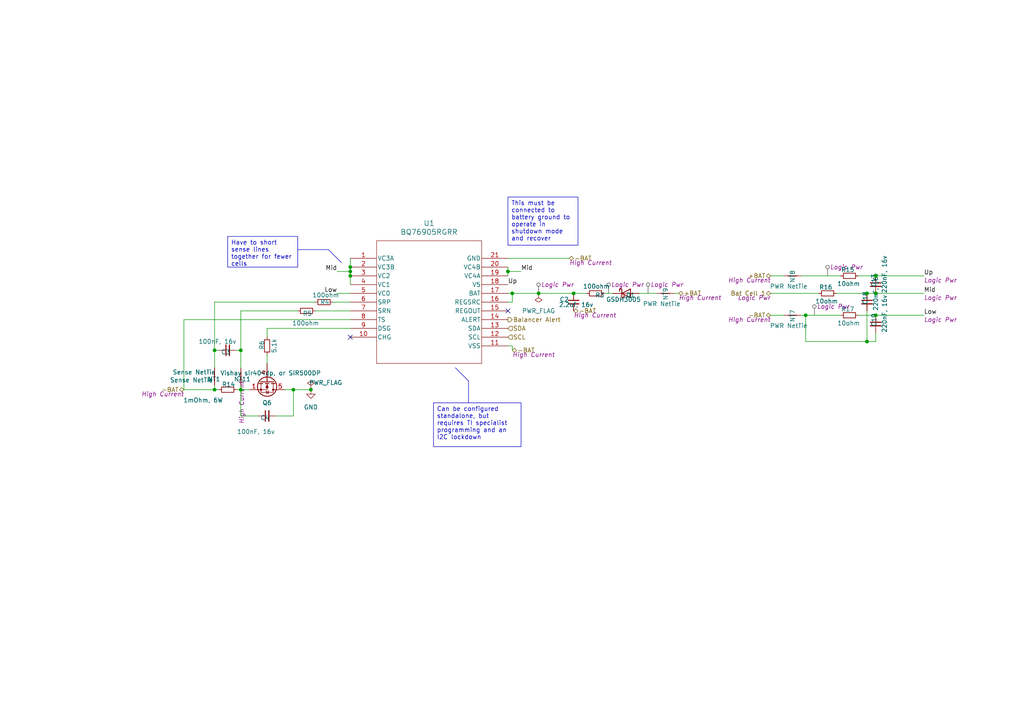
<source format=kicad_sch>
(kicad_sch (version 20231120) (generator "eeschema") (generator_version "8.0")
  (paper "A4")
  (title_block (title "CACKLE 2s 40A PSU & Charger") (date "2024-12-23") (rev "V1") (comment 1 "Author: Asher Edwards"))
  (lib_symbols
    (symbol "BQ76905:BQ76905RGRR" (pin_names (offset 0.254))
      (property "Reference" "U" (at 22.86 10.16 0))
      (property "Value" "BQ76905RGRR" (at 22.86 7.62 0))
      (symbol "BQ76905RGRR_0_1"
        (polyline (pts (xy 7.62 -30.48) (xy 38.1 -30.48)) (stroke (width 0.127)))
        (polyline (pts (xy 7.62 5.08) (xy 7.62 -30.48)) (stroke (width 0.127)))
        (polyline (pts (xy 38.1 -30.48) (xy 38.1 5.08)) (stroke (width 0.127)))
        (polyline (pts (xy 38.1 5.08) (xy 7.62 5.08)) (stroke (width 0.127)))
        (pin unspecified line (at 0 0 0) (length 7.62) (name "VC3A") (number "1"))
        (pin unspecified line (at 0 -22.86 0) (length 7.62) (name "CHG") (number "10"))
        (pin power_out line (at 45.72 -25.4 180) (length 7.62) (name "VSS") (number "11"))
        (pin bidirectional line (at 45.72 -22.86 180) (length 7.62) (name "SCL") (number "12"))
        (pin bidirectional line (at 45.72 -20.32 180) (length 7.62) (name "SDA") (number "13"))
        (pin output line (at 45.72 -17.78 180) (length 7.62) (name "ALERT") (number "14"))
        (pin output line (at 45.72 -15.24 180) (length 7.62) (name "REGOUT") (number "15"))
        (pin unspecified line (at 45.72 -12.7 180) (length 7.62) (name "REGSRC") (number "16"))
        (pin power_in line (at 45.72 -10.16 180) (length 7.62) (name "BAT") (number "17"))
        (pin unspecified line (at 45.72 -7.62 180) (length 7.62) (name "V5") (number "18"))
        (pin unspecified line (at 45.72 -5.08 180) (length 7.62) (name "VC4A") (number "19"))
        (pin unspecified line (at 0 -2.54 0) (length 7.62) (name "VC3B") (number "2"))
        (pin unspecified line (at 45.72 -2.54 180) (length 7.62) (name "VC4B") (number "20"))
        (pin power_out line (at 45.72 0 180) (length 7.62) (name "GND") (number "21"))
        (pin unspecified line (at 0 -5.08 0) (length 7.62) (name "VC2") (number "3"))
        (pin unspecified line (at 0 -7.62 0) (length 7.62) (name "VC1") (number "4"))
        (pin unspecified line (at 0 -10.16 0) (length 7.62) (name "VC0") (number "5"))
        (pin unspecified line (at 0 -12.7 0) (length 7.62) (name "SRP") (number "6"))
        (pin unspecified line (at 0 -15.24 0) (length 7.62) (name "SRN") (number "7"))
        (pin unspecified line (at 0 -17.78 0) (length 7.62) (name "TS") (number "8"))
        (pin unspecified line (at 0 -20.32 0) (length 7.62) (name "DSG") (number "9"))
      )
    )
    (symbol "Device:C_Small" (pin_numbers hide) (pin_names (offset 0.254) hide)
      (property "Reference" "C" (at 0.254 1.778 0))
      (property "Value" "C_Small" (at 0.254 -2.032 0))
      (symbol "C_Small_0_1"
        (polyline (pts (xy -1.524 -0.508) (xy 1.524 -0.508)) (stroke (width 0.3302)))
        (polyline (pts (xy -1.524 0.508) (xy 1.524 0.508)) (stroke (width 0.3048)))
      )
      (symbol "C_Small_1_1"
        (pin passive line (at 0 2.54 270) (length 2.032) (name "~") (number "1"))
        (pin passive line (at 0 -2.54 90) (length 2.032) (name "~") (number "2"))
      )
    )
    (symbol "Device:D_Schottky" (pin_numbers hide) (pin_names (offset 1.016) hide)
      (property "Reference" "D" (at 0 2.54 0))
      (property "Value" "D_Schottky" (at 0 -2.54 0))
      (symbol "D_Schottky_0_1"
        (polyline (pts (xy 1.27 0) (xy -1.27 0)))
        (polyline (pts (xy 1.27 1.27) (xy 1.27 -1.27) (xy -1.27 0) (xy 1.27 1.27)) (stroke (width 0.254)))
        (polyline (pts (xy -1.905 0.635) (xy -1.905 1.27) (xy -1.27 1.27) (xy -1.27 -1.27) (xy -0.635 -1.27) (xy -0.635 -0.635)) (stroke (width 0.254)))
      )
      (symbol "D_Schottky_1_1"
        (pin passive line (at -3.81 0 0) (length 2.54) (name "K") (number "1"))
        (pin passive line (at 3.81 0 180) (length 2.54) (name "A") (number "2"))
      )
    )
    (symbol "Device:NetTie_2" (pin_numbers hide) (pin_names (offset 0) hide) (in_bom no)
      (property "Reference" "NT" (at 0 1.27 0))
      (property "Value" "NetTie_2" (at 0 -1.27 0))
      (symbol "NetTie_2_0_1"
        (polyline (pts (xy -1.27 0) (xy 1.27 0)) (stroke (width 0.254)))
      )
      (symbol "NetTie_2_1_1"
        (pin passive line (at -2.54 0 0) (length 2.54) (name "1") (number "1"))
        (pin passive line (at 2.54 0 180) (length 2.54) (name "2") (number "2"))
      )
    )
    (symbol "Device:R_Small" (pin_numbers hide) (pin_names (offset 0.254) hide)
      (property "Reference" "R" (at 0.762 0.508 0))
      (property "Value" "R_Small" (at 0.762 -1.016 0))
      (symbol "R_Small_0_1"
        (rectangle (start -0.762 1.778) (end 0.762 -1.778) (stroke (width 0.2032)))
      )
      (symbol "R_Small_1_1"
        (pin passive line (at 0 2.54 270) (length 0.762) (name "~") (number "1"))
        (pin passive line (at 0 -2.54 90) (length 0.762) (name "~") (number "2"))
      )
    )
    (symbol "custom_Device:Q_NMOS_SGD_8-pin" (pin_names (offset 0) hide)
      (property "Reference" "Q" (at 6.35 1.2701 0))
      (property "Value" "Q_NMOS_SGD_8-pin" (at 6.35 -1.2699 0))
      (symbol "Q_NMOS_SGD_8-pin_0_1"
        (polyline (pts (xy 0.254 0) (xy -2.54 0)))
        (polyline (pts (xy 0.254 1.905) (xy 0.254 -1.905)) (stroke (width 0.254)))
        (polyline (pts (xy 0.762 -1.27) (xy 0.762 -2.286)) (stroke (width 0.254)))
        (polyline (pts (xy 0.762 0.508) (xy 0.762 -0.508)) (stroke (width 0.254)))
        (polyline (pts (xy 0.762 2.286) (xy 0.762 1.27)) (stroke (width 0.254)))
        (polyline (pts (xy 2.54 2.54) (xy 2.54 1.778)))
        (polyline (pts (xy 2.54 -2.54) (xy 2.54 0) (xy 0.762 0)))
        (polyline (pts (xy 0.762 -1.778) (xy 3.302 -1.778) (xy 3.302 1.778) (xy 0.762 1.778)))
        (polyline (pts (xy 1.016 0) (xy 2.032 0.381) (xy 2.032 -0.381) (xy 1.016 0)) (fill (type outline)))
        (polyline (pts (xy 2.794 0.508) (xy 2.921 0.381) (xy 3.683 0.381) (xy 3.81 0.254)))
        (polyline (pts (xy 3.302 0.381) (xy 2.921 -0.254) (xy 3.683 -0.254) (xy 3.302 0.381)))
        (circle (center 1.651 0) (radius 2.794) (stroke (width 0.254)))
        (circle (center 2.54 -1.778) (radius 0.254) (fill (type outline)))
        (circle (center 2.54 1.778) (radius 0.254) (fill (type outline)))
      )
      (symbol "Q_NMOS_SGD_8-pin_1_1"
        (pin passive line (at 2.54 -5.08 90) (length 2.54) (name "S") (number "1"))
        (pin passive line (at 2.54 -5.08 90) (length 2.54) hide (name "S") (number "2"))
        (pin passive line (at 2.54 -5.08 90) (length 2.54) hide (name "S") (number "3"))
        (pin input line (at -5.08 0 0) (length 5.08) (name "G") (number "4"))
        (pin passive line (at 2.54 5.08 270) (length 2.54) (name "D") (number "5"))
        (pin passive line (at 2.54 5.08 270) (length 2.54) hide (name "D") (number "6"))
        (pin passive line (at 2.54 5.08 270) (length 2.54) hide (name "D") (number "7"))
        (pin passive line (at 2.54 5.08 270) (length 2.54) hide (name "D") (number "8"))
      )
    )
    (symbol "power:GND" (power) (pin_numbers hide) (pin_names (offset 0) hide)
      (property "Value" "GND" (at 0 -3.81 0))
      (symbol "GND_0_1"
        (polyline (pts (xy 0 0) (xy 0 -1.27) (xy 1.27 -1.27) (xy 0 -2.54) (xy -1.27 -1.27) (xy 0 -1.27)))
      )
      (symbol "GND_1_1"
        (pin power_in line (at 0 0 270) (length 0) (name "~") (number "1"))
      )
    )
    (symbol "power:PWR_FLAG" (power) (pin_numbers hide) (pin_names (offset 0) hide)
      (property "Value" "PWR_FLAG" (at 0 3.81 0))
      (symbol "PWR_FLAG_0_0"
        (pin power_out line (at 0 0 90) (length 0) (name "~") (number "1"))
      )
      (symbol "PWR_FLAG_0_1"
        (polyline (pts (xy 0 0) (xy 0 1.27) (xy -1.016 1.905) (xy 0 2.54) (xy 1.016 1.905) (xy 0 1.27)))
      )
    )
  )
  (junction (at 147.32 78.74))
  (junction (at 69.85 113.03))
  (junction (at 254 80.01))
  (junction (at 62.23 113.03))
  (junction (at 90.17 113.03))
  (junction (at 156.21 85.09))
  (junction (at 62.23 101.6))
  (junction (at 101.6 80.01))
  (junction (at 85.09 113.03))
  (junction (at 101.6 78.74))
  (junction (at 254 91.44))
  (junction (at 166.37 85.09))
  (junction (at 101.6 77.47))
  (junction (at 233.68 91.44))
  (junction (at 254 85.09))
  (junction (at 148.59 85.09))
  (junction (at 69.85 101.6))
  (junction (at 251.46 99.06))
  (junction (at 251.46 85.09))
  (no_connect (at 147.32 90.17))
  (no_connect (at 101.6 97.79))
  (wire (pts (xy 91.44 90.17) (xy 101.6 90.17)))
  (wire (pts (xy 69.85 90.17) (xy 86.36 90.17)))
  (wire (pts (xy 232.41 80.01) (xy 243.84 80.01)))
  (wire (pts (xy 62.23 101.6) (xy 63.5 101.6)))
  (wire (pts (xy 248.92 80.01) (xy 254 80.01)))
  (wire (pts (xy 147.32 87.63) (xy 148.59 87.63)))
  (wire (pts (xy 242.57 85.09) (xy 251.46 85.09)))
  (wire (pts (xy 80.01 120.65) (xy 85.09 120.65)))
  (wire (pts (xy 77.47 95.25) (xy 77.47 97.79)))
  (polyline (pts (xy 132.08 106.68) (xy 135.89 110.49)))
  (wire (pts (xy 101.6 77.47) (xy 101.6 78.74)))
  (wire (pts (xy 101.6 95.25) (xy 77.47 95.25)))
  (wire (pts (xy 251.46 90.17) (xy 251.46 99.06)))
  (polyline (pts (xy 135.89 116.84) (xy 135.89 110.49)))
  (wire (pts (xy 96.52 87.63) (xy 101.6 87.63)))
  (wire (pts (xy 101.6 74.93) (xy 101.6 77.47)))
  (wire (pts (xy 101.6 80.01) (xy 101.6 82.55)))
  (wire (pts (xy 85.09 113.03) (xy 90.17 113.03)))
  (wire (pts (xy 68.58 101.6) (xy 69.85 101.6)))
  (wire (pts (xy 254 80.01) (xy 267.97 80.01)))
  (wire (pts (xy 97.79 85.09) (xy 101.6 85.09)))
  (wire (pts (xy 148.59 85.09) (xy 156.21 85.09)))
  (wire (pts (xy 233.68 91.44) (xy 243.84 91.44)))
  (wire (pts (xy 69.85 90.17) (xy 69.85 101.6)))
  (wire (pts (xy 53.34 92.71) (xy 53.34 113.03)))
  (wire (pts (xy 223.52 85.09) (xy 237.49 85.09)))
  (wire (pts (xy 101.6 78.74) (xy 101.6 80.01)))
  (wire (pts (xy 223.52 91.44) (xy 227.33 91.44)))
  (wire (pts (xy 166.37 85.09) (xy 170.18 85.09)))
  (wire (pts (xy 53.34 92.71) (xy 101.6 92.71)))
  (wire (pts (xy 62.23 113.03) (xy 63.5 113.03)))
  (wire (pts (xy 148.59 87.63) (xy 148.59 85.09)))
  (wire (pts (xy 254 96.52) (xy 254 99.06)))
  (wire (pts (xy 254 91.44) (xy 267.97 91.44)))
  (wire (pts (xy 69.85 111.76) (xy 69.85 113.03)))
  (wire (pts (xy 77.47 102.87) (xy 77.47 105.41)))
  (wire (pts (xy 147.32 100.33) (xy 148.59 100.33)))
  (wire (pts (xy 232.41 91.44) (xy 233.68 91.44)))
  (wire (pts (xy 147.32 78.74) (xy 147.32 80.01)))
  (wire (pts (xy 177.8 85.09) (xy 175.26 85.09)))
  (wire (pts (xy 82.55 113.03) (xy 85.09 113.03)))
  (wire (pts (xy 233.68 91.44) (xy 233.68 99.06)))
  (wire (pts (xy 251.46 99.06) (xy 233.68 99.06)))
  (wire (pts (xy 97.79 78.74) (xy 101.6 78.74)))
  (polyline (pts (xy 86.36 72.39) (xy 95.25 72.39)))
  (wire (pts (xy 248.92 91.44) (xy 254 91.44)))
  (wire (pts (xy 62.23 101.6) (xy 62.23 106.68)))
  (wire (pts (xy 62.23 87.63) (xy 91.44 87.63)))
  (wire (pts (xy 74.93 120.65) (xy 69.85 120.65)))
  (wire (pts (xy 85.09 120.65) (xy 85.09 113.03)))
  (wire (pts (xy 254 99.06) (xy 251.46 99.06)))
  (wire (pts (xy 151.13 78.74) (xy 147.32 78.74)))
  (wire (pts (xy 69.85 101.6) (xy 69.85 106.68)))
  (wire (pts (xy 147.32 85.09) (xy 148.59 85.09)))
  (wire (pts (xy 148.59 100.33) (xy 148.59 101.6)))
  (wire (pts (xy 68.58 113.03) (xy 69.85 113.03)))
  (wire (pts (xy 156.21 85.09) (xy 166.37 85.09)))
  (wire (pts (xy 223.52 80.01) (xy 227.33 80.01)))
  (wire (pts (xy 53.34 113.03) (xy 62.23 113.03)))
  (wire (pts (xy 254 85.09) (xy 267.97 85.09)))
  (polyline (pts (xy 95.25 72.39) (xy 99.06 76.2)))
  (wire (pts (xy 147.32 74.93) (xy 165.1 74.93)))
  (wire (pts (xy 62.23 87.63) (xy 62.23 101.6)))
  (wire (pts (xy 185.42 85.09) (xy 190.5 85.09)))
  (wire (pts (xy 69.85 120.65) (xy 69.85 113.03)))
  (wire (pts (xy 147.32 77.47) (xy 147.32 78.74)))
  (wire (pts (xy 62.23 111.76) (xy 62.23 113.03)))
  (wire (pts (xy 251.46 85.09) (xy 254 85.09)))
  (wire (pts (xy 195.58 85.09) (xy 196.85 85.09)))
  (wire (pts (xy 72.39 113.03) (xy 69.85 113.03)))
  (text_box "This must be connected to battery ground to operate in shutdown mode and recover" (at 147.32 57.15 0) (size 20.32 13.97) (effects (font (size 1.27 1.27)) (justify left top)))
  (text_box "Can be configured standalone, but requires TI specialist programming and an I2C lockdown" (at 125.73 116.84 0) (size 25.4 12.7) (effects (font (size 1.27 1.27)) (justify left top)))
  (text_box "Have to short sense lines together for fewer cells" (at 66.04 68.58 0) (size 20.32 8.89) (effects (font (size 1.27 1.27)) (justify left top)))
  (label "Up" (at 267.97 80.01 0) (property "Netclass" "Logic Pwr" (at 267.97 81.28 0) (effects (font (italic yes)) (justify left))))
  (label "Mid" (at 267.97 85.09 0) (property "Netclass" "Logic Pwr" (at 267.97 86.36 0) (effects (font (italic yes)) (justify left))))
  (label "Up" (at 147.32 82.55 0))
  (label "Low" (at 267.97 91.44 0) (property "Netclass" "Logic Pwr" (at 267.97 92.71 0) (effects (font (italic yes)) (justify left))))
  (label "Low" (at 97.79 85.09 180))
  (label "Mid" (at 97.79 78.74 180))
  (label "Mid" (at 151.13 78.74 0))
  (hierarchical_label "-BAT" (shape bidirectional) (at 148.59 101.6 0) (property "Netclass" "High Current" (at 148.59 102.87 0) (effects (font (italic yes)) (justify left))))
  (hierarchical_label "-BAT" (shape bidirectional) (at 223.52 91.44 180) (property "Netclass" "High Current" (at 223.52 92.71 0) (effects (font (italic yes)) (justify right))))
  (hierarchical_label "-BAT" (shape bidirectional) (at 166.37 90.17 0) (property "Netclass" "High Current" (at 166.37 91.44 0) (effects (font (italic yes)) (justify left))))
  (hierarchical_label "SDA" (shape input) (at 147.32 95.25 0))
  (hierarchical_label "-BAT" (shape bidirectional) (at 53.34 113.03 180) (property "Netclass" "High Current" (at 53.34 114.3 0) (effects (font (italic yes)) (justify right))))
  (hierarchical_label "Bat Cell 1" (shape bidirectional) (at 223.52 85.09 180) (property "Netclass" "Logic Pwr" (at 223.52 86.36 0) (effects (font (italic yes)) (justify right))))
  (hierarchical_label "SCL" (shape input) (at 147.32 97.79 0))
  (hierarchical_label "+BAT" (shape bidirectional) (at 223.52 80.01 180) (property "Netclass" "High Current" (at 223.52 81.28 0) (effects (font (italic yes)) (justify right))))
  (hierarchical_label "-BAT" (shape bidirectional) (at 165.1 74.93 0) (property "Netclass" "High Current" (at 165.1 76.2 0) (effects (font (italic yes)) (justify left))))
  (hierarchical_label "+BAT" (shape bidirectional) (at 196.85 85.09 0) (property "Netclass" "High Current" (at 196.85 86.36 0) (effects (font (italic yes)) (justify left))))
  (hierarchical_label "Balancer Alert" (shape output) (at 147.32 92.71 0))
  (netclass_flag "" (length 2.54) (shape round) (at 187.96 85.09 0) (property "Netclass" "Logic Pwr" (at 188.6585 82.55 0) (effects (font (italic yes)) (justify left))))
  (netclass_flag "" (length 2.54) (shape round) (at 176.53 85.09 0) (property "Netclass" "Logic Pwr" (at 177.2285 82.55 0) (effects (font (italic yes)) (justify left))))
  (netclass_flag "" (length 2.54) (shape round) (at 156.21 85.09 0) (property "Netclass" "Logic Pwr" (at 156.9085 82.55 0) (effects (font (italic yes)) (justify left))))
  (netclass_flag "" (length 2.54) (shape round) (at 240.03 80.01 0) (property "Netclass" "Logic Pwr" (at 240.7285 77.47 0) (effects (font (italic yes)) (justify left))))
  (netclass_flag "" (length 2.54) (shape round) (at 69.85 113.03 0) (property "Netclass" "High Current" (at 70.104 122.936 90) (effects (font (italic yes)) (justify left))))
  (netclass_flag "" (length 2.54) (shape round) (at 236.22 91.44 0) (property "Netclass" "Logic Pwr" (at 236.9185 88.9 0) (effects (font (italic yes)) (justify left))))
  (symbol (lib_id "Device:NetTie_2") (at 62.23 109.22 90) (unit 1) (in_bom no)
    (property "Reference" "NT1" (at 60.198 109.982 90) (effects (justify right)))
    (property "Value" "Sense NetTie" (at 49.276 110.236 90) (effects (justify right)))
    (property "Footprint" "custom_Connector:NetTie-2_SMD_Pad0.2mm" (effects (hide yes)))
    (property "Description" "Net tie, 2 pins" (effects (hide yes)))
  )
  (symbol (lib_id "Device:C_Small") (at 66.04 101.6 90) (mirror x) (unit 1)
    (property "Reference" "C3" (at 66.802 102.108 90) (effects (justify left)))
    (property "Value" "100nF, 16v" (at 68.58 99.06 90) (effects (justify left)))
    (property "Footprint" "Capacitor_SMD:C_0402_1005Metric" (effects (hide yes)))
    (property "Description" "Unpolarized capacitor, small symbol" (effects (hide yes)))
    (property "LCSC" "C1525" (effects (hide yes)))
  )
  (symbol (lib_id "power:GND") (at 90.17 113.03 0) (unit 1)
    (property "Reference" "#PWR01" (effects (hide yes)))
    (property "Value" "GND" (at 90.17 118.11 0))
    (property "Description" "Power symbol creates a global label with name \"GND\" , ground" (effects (hide yes)))
  )
  (symbol (lib_id "Device:R_Small") (at 77.47 100.33 0) (mirror y) (unit 1)
    (property "Reference" "R6" (at 75.946 100.076 90))
    (property "Value" "5.1k" (at 79.502 100.33 90))
    (property "Footprint" "Resistor_SMD:R_0402_1005Metric" (effects (hide yes)))
    (property "Description" "Resistor, small symbol" (effects (hide yes)))
    (property "LCSC" "C25905" (effects (hide yes)))
  )
  (symbol (lib_id "BQ76905:BQ76905RGRR") (at 101.6 74.93 0) (unit 1)
    (property "Reference" "U1" (at 124.46 64.77 0) (effects (font (size 1.524 1.524))))
    (property "Value" "BQ76905RGRR" (at 124.46 67.31 0) (effects (font (size 1.524 1.524))))
    (property "Footprint" "BQ76905:VQFN20_RGR_TEX" (effects (hide yes)))
    (property "Datasheet" "BQ76905RGRR" (effects (hide yes)))
    (property "LCSC" "C22394458" (effects (hide yes)))
  )
  (symbol (lib_id "Device:NetTie_2") (at 193.04 85.09 180) (unit 1) (in_bom no)
    (property "Reference" "NT9" (at 193.04 87.122 90) (effects (justify right)))
    (property "Value" "PWR NetTie" (at 186.436 88.138 0) (effects (justify right)))
    (property "Footprint" "custom_Connector:NetTie-2_SMD_Pad0.28mm" (effects (hide yes)))
    (property "Description" "Net tie, 2 pins" (effects (hide yes)))
  )
  (symbol (lib_id "Device:R_Small") (at 172.72 85.09 270) (unit 1)
    (property "Reference" "R3" (at 173.99 85.598 90))
    (property "Value" "100ohm" (at 172.974 83.058 90))
    (property "Footprint" "Resistor_SMD:R_0402_1005Metric" (effects (hide yes)))
    (property "Description" "Resistor, small symbol" (effects (hide yes)))
    (property "LCSC" "C25076" (effects (hide yes)))
  )
  (symbol (lib_id "custom_Device:Q_NMOS_SGD_8-pin") (at 77.47 110.49 270) (unit 1)
    (property "Reference" "Q6" (at 77.47 116.84 90))
    (property "Value" "Vishay sir404dp, or SiR500DP" (at 78.486 108.204 90))
    (property "Footprint" "Package_DFN_QFN:PQFN-8-EP_6x5mm_P1.27mm_Generic" (effects (hide yes)))
    (property "Description" "N-MOSFET transistor, source/gate/drain" (effects (hide yes)))
    (property "Sim.Device" "NMOS" (effects (hide yes)))
    (property "Sim.Type" "VDMOS" (effects (hide yes)))
    (property "Sim.Pins" "1,2,3=S 4=G 5,6,7,8=D" (effects (hide yes)))
    (property "LCSC" "C3289487" (effects (hide yes)))
    (property "Rotation Offset" "270" (effects (hide yes)))
  )
  (symbol (lib_id "Device:C_Small") (at 77.47 120.65 90) (mirror x) (unit 1)
    (property "Reference" "C4" (at 78.232 121.158 90) (effects (justify left)))
    (property "Value" "100nF, 16v" (at 79.756 125.222 90) (effects (justify left)))
    (property "Footprint" "Capacitor_SMD:C_0402_1005Metric" (effects (hide yes)))
    (property "Description" "Unpolarized capacitor, small symbol" (effects (hide yes)))
    (property "LCSC" "C1525" (effects (hide yes)))
  )
  (symbol (lib_id "power:PWR_FLAG") (at 156.21 85.09 180) (unit 1)
    (property "Reference" "#FLG03" (effects (hide yes)))
    (property "Value" "PWR_FLAG" (at 156.21 90.17 0))
    (property "Description" "Special symbol for telling ERC where power comes from" (effects (hide yes)))
  )
  (symbol (lib_id "Device:NetTie_2") (at 229.87 91.44 180) (unit 1) (in_bom no)
    (property "Reference" "NT7" (at 229.87 93.472 90) (effects (justify right)))
    (property "Value" "PWR NetTie" (at 223.266 94.488 0) (effects (justify right)))
    (property "Footprint" "custom_Connector:NetTie-2_SMD_Pad0.28mm" (effects (hide yes)))
    (property "Description" "Net tie, 2 pins" (effects (hide yes)))
  )
  (symbol (lib_id "Device:R_Small") (at 240.03 85.09 270) (unit 1)
    (property "Reference" "R16" (at 239.522 83.312 90))
    (property "Value" "10ohm" (at 239.776 87.376 90))
    (property "Footprint" "Resistor_SMD:R_0402_1005Metric" (effects (hide yes)))
    (property "Description" "Resistor, small symbol" (effects (hide yes)))
    (property "LCSC" "C25077" (effects (hide yes)))
  )
  (symbol (lib_id "Device:NetTie_2") (at 229.87 80.01 180) (unit 1) (in_bom no)
    (property "Reference" "NT8" (at 229.87 82.042 90) (effects (justify right)))
    (property "Value" "PWR NetTie" (at 223.266 83.058 0) (effects (justify right)))
    (property "Footprint" "custom_Connector:NetTie-2_SMD_Pad0.28mm" (effects (hide yes)))
    (property "Description" "Net tie, 2 pins" (effects (hide yes)))
  )
  (symbol (lib_id "Device:C_Small") (at 254 93.98 0) (mirror y) (unit 1)
    (property "Reference" "C19" (at 253.492 94.742 90) (effects (justify left)))
    (property "Value" "220nF, 16v" (at 256.54 96.52 90) (effects (justify left)))
    (property "Footprint" "Capacitor_SMD:C_0402_1005Metric" (effects (hide yes)))
    (property "Description" "Unpolarized capacitor, small symbol" (effects (hide yes)))
    (property "LCSC" "C16772" (effects (hide yes)))
  )
  (symbol (lib_id "Device:C_Small") (at 251.46 87.63 0) (mirror y) (unit 1)
    (property "Reference" "C18" (at 250.952 88.392 90) (effects (justify left)))
    (property "Value" "220nF, 16v" (at 254 90.17 90) (effects (justify left)))
    (property "Footprint" "Capacitor_SMD:C_0402_1005Metric" (effects (hide yes)))
    (property "Description" "Unpolarized capacitor, small symbol" (effects (hide yes)))
    (property "LCSC" "C16772" (effects (hide yes)))
  )
  (symbol (lib_id "Device:D_Schottky") (at 181.61 85.09 0) (unit 1)
    (property "Reference" "D1" (at 182.88 85.598 0))
    (property "Value" "GSDH3005" (at 180.848 86.868 0))
    (property "Footprint" "Diode_SMD:D_0402_1005Metric" (effects (hide yes)))
    (property "Description" "Schottky diode" (effects (hide yes)))
    (property "Sim.Device" "D" (effects (hide yes)))
    (property "Sim.Pins" "1=K 2=A" (effects (hide yes)))
    (property "LCSC" "C2837790" (effects (hide yes)))
  )
  (symbol (lib_id "Device:R_Small") (at 93.98 87.63 270) (unit 1)
    (property "Reference" "R4" (at 94.234 87.63 90))
    (property "Value" "100ohm" (at 94.488 85.598 90))
    (property "Footprint" "Resistor_SMD:R_0402_1005Metric" (effects (hide yes)))
    (property "Description" "Resistor, small symbol" (effects (hide yes)))
    (property "LCSC" "C25076" (effects (hide yes)))
  )
  (symbol (lib_id "Device:R_Small") (at 66.04 113.03 270) (mirror x) (unit 1)
    (property "Reference" "R14" (at 66.294 111.506 90))
    (property "Value" "1mOhm, 6W" (at 58.928 116.078 90))
    (property "Footprint" "custom_Passives:R_2512_6332Metric_6W" (effects (hide yes)))
    (property "Description" "Resistor, small symbol" (effects (hide yes)))
    (property "LCSC" "C19270875" (effects (hide yes)))
  )
  (symbol (lib_id "Device:R_Small") (at 88.9 90.17 270) (unit 1)
    (property "Reference" "R5" (at 89.154 90.932 90))
    (property "Value" "100ohm" (at 88.646 93.726 90))
    (property "Footprint" "Resistor_SMD:R_0402_1005Metric" (effects (hide yes)))
    (property "Description" "Resistor, small symbol" (effects (hide yes)))
    (property "LCSC" "C25076" (effects (hide yes)))
  )
  (symbol (lib_id "Device:R_Small") (at 246.38 91.44 270) (unit 1)
    (property "Reference" "R17" (at 245.872 89.662 90))
    (property "Value" "10ohm" (at 246.126 93.726 90))
    (property "Footprint" "Resistor_SMD:R_0402_1005Metric" (effects (hide yes)))
    (property "Description" "Resistor, small symbol" (effects (hide yes)))
    (property "LCSC" "C25077" (effects (hide yes)))
  )
  (symbol (lib_id "Device:C_Small") (at 166.37 87.63 0) (unit 1)
    (property "Reference" "C2" (at 162.306 86.868 0) (effects (justify left)))
    (property "Value" "2.2uf, 16v" (at 162.052 88.392 0) (effects (justify left)))
    (property "Footprint" "Capacitor_SMD:C_0603_1608Metric" (effects (hide yes)))
    (property "Description" "Unpolarized capacitor, small symbol" (effects (hide yes)))
    (property "LCSC" "C23630" (effects (hide yes)))
  )
  (symbol (lib_id "power:PWR_FLAG") (at 90.17 113.03 0) (unit 1)
    (property "Reference" "#FLG04" (effects (hide yes)))
    (property "Value" "PWR_FLAG" (at 94.488 110.998 0))
    (property "Description" "Special symbol for telling ERC where power comes from" (effects (hide yes)))
  )
  (symbol (lib_id "Device:C_Small") (at 254 82.55 0) (mirror y) (unit 1)
    (property "Reference" "C13" (at 253.492 83.312 90) (effects (justify left)))
    (property "Value" "220nF, 16v" (at 256.54 85.09 90) (effects (justify left)))
    (property "Footprint" "Capacitor_SMD:C_0402_1005Metric" (effects (hide yes)))
    (property "Description" "Unpolarized capacitor, small symbol" (effects (hide yes)))
    (property "LCSC" "C16772" (effects (hide yes)))
  )
  (symbol (lib_id "Device:R_Small") (at 246.38 80.01 270) (unit 1)
    (property "Reference" "R15" (at 245.872 78.232 90))
    (property "Value" "10ohm" (at 246.126 82.296 90))
    (property "Footprint" "Resistor_SMD:R_0402_1005Metric" (effects (hide yes)))
    (property "Description" "Resistor, small symbol" (effects (hide yes)))
    (property "LCSC" "C25077" (effects (hide yes)))
  )
  (symbol (lib_id "Device:NetTie_2") (at 69.85 109.22 90) (unit 1) (in_bom no)
    (property "Reference" "NT11" (at 67.818 109.982 90) (effects (justify right)))
    (property "Value" "Sense NetTie" (at 50.038 107.95 90) (effects (justify right)))
    (property "Footprint" "custom_Connector:NetTie-2_SMD_Pad0.2mm" (effects (hide yes)))
    (property "Description" "Net tie, 2 pins" (effects (hide yes)))
  )
)
</source>
